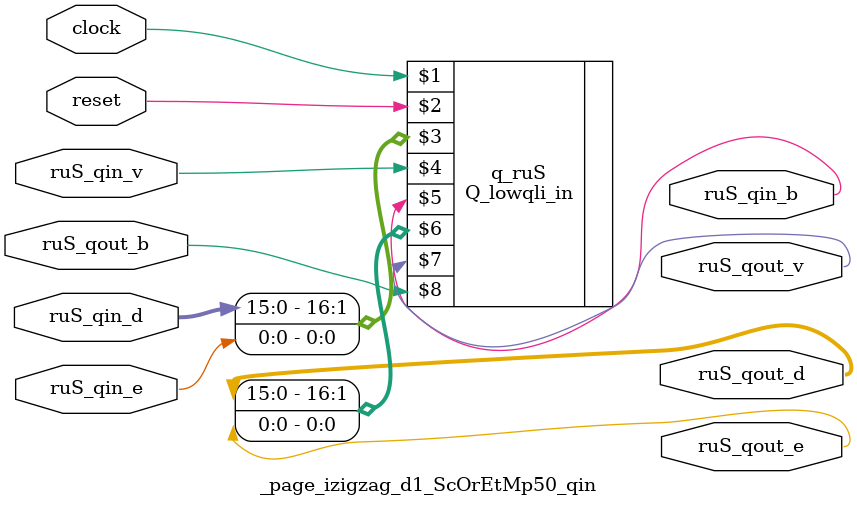
<source format=v>

`include "Q_lowqli_in.v"

module _page_izigzag_d1_ScOrEtMp50_qin (clock, reset, ruS_qin_d, ruS_qin_e, ruS_qin_v, ruS_qin_b, ruS_qout_d, ruS_qout_e, ruS_qout_v, ruS_qout_b);

  input  clock;
  input  reset;

  input  [15:0] ruS_qin_d;
  input  ruS_qin_e;
  input  ruS_qin_v;
  output ruS_qin_b;
  output [15:0] ruS_qout_d;
  output ruS_qout_e;
  output ruS_qout_v;
  input  ruS_qout_b;

  Q_lowqli_in #(16, 17, 0, 0, 0) q_ruS (clock, reset, {ruS_qin_d, ruS_qin_e}, ruS_qin_v, ruS_qin_b, {ruS_qout_d, ruS_qout_e}, ruS_qout_v, ruS_qout_b);

endmodule  // _page_izigzag_d1_ScOrEtMp50_qin

</source>
